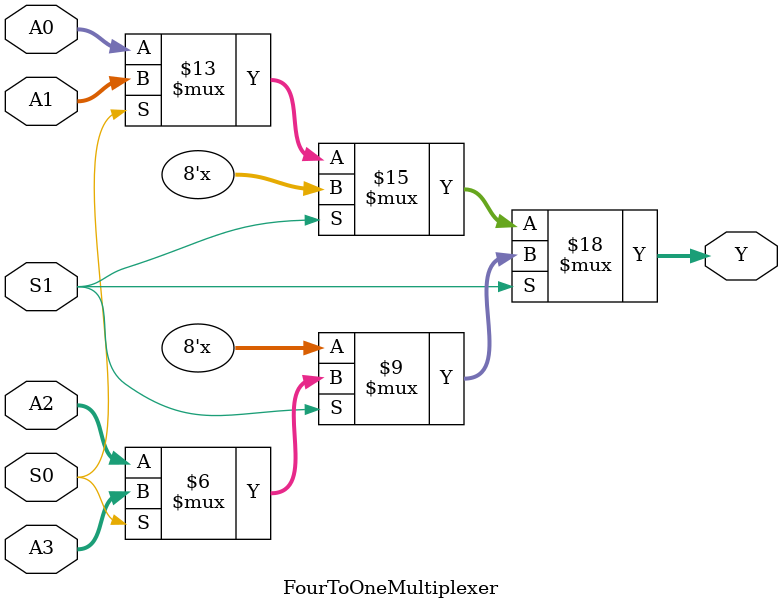
<source format=v>
`timescale 1ns / 1ps
module FourToOneMultiplexer(
input [7:0] A0,A1,A2,A3,
input S0, S1,
output reg [7:0] Y
    );
//reg Y;
//always
//begin
always @(S1,S0)
begin
if (S1 == 0)
if (S0 == 0)
/*assign*/ Y = A0;
else /*assign*/ Y = A1;
else 
if (S0 == 0)
/*assign*/Y = A2;
else /*assign*/Y = A3;
end

endmodule

</source>
